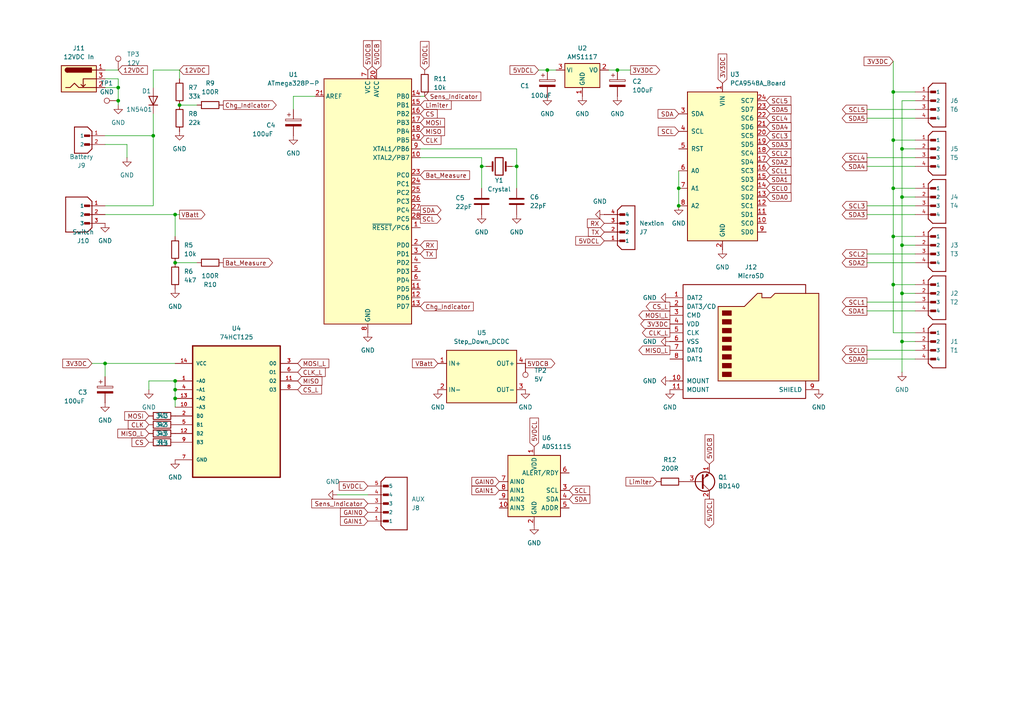
<source format=kicad_sch>
(kicad_sch (version 20231120) (generator "eeschema") (generator_version "8.0")
  (paper "A4")
  (lib_symbols
    (symbol "Connector:Barrel_Jack_Switch" (pin_names hide)
      (property "Reference" "J" (at 0 5.334 0))
      (property "Value" "Barrel_Jack_Switch" (at 0 -5.08 0))
      (symbol "Barrel_Jack_Switch_1_1"
        (pin passive line (at 7.62 2.54 180) (length 2.54) (name "~") (number "1"))
        (pin passive line (at 7.62 -2.54 180) (length 2.54) (name "~") (number "2"))
        (pin passive line (at 7.62 0 180) (length 2.54) (name "~") (number "3"))
      )
    )
    (symbol "Connector:TestPoint" (pin_numbers hide) (pin_names (offset 0.762) hide)
      (property "Reference" "TP" (at 0 6.858 0))
      (property "Value" "TestPoint" (at 0 5.08 0))
      (symbol "TestPoint_1_1"
        (pin passive line (at 0 0 90) (length 2.54) (name "1") (number "1"))
      )
    )
    (symbol "Device:C" (pin_numbers hide) (pin_names (offset 0.254))
      (property "Reference" "C" (at 0.635 2.54 0))
      (property "Value" "C" (at 0.635 -2.54 0))
      (symbol "C_1_1"
        (pin passive line (at 0 3.81 270) (length 2.794) (name "~") (number "1"))
        (pin passive line (at 0 -3.81 90) (length 2.794) (name "~") (number "2"))
      )
    )
    (symbol "Device:C_Polarized" (pin_numbers hide) (pin_names (offset 0.254))
      (property "Reference" "C" (at 0.635 2.54 0))
      (property "Value" "C_Polarized" (at 0.635 -2.54 0))
      (symbol "C_Polarized_1_1"
        (pin passive line (at 0 3.81 270) (length 2.794) (name "~") (number "1"))
        (pin passive line (at 0 -3.81 90) (length 2.794) (name "~") (number "2"))
      )
    )
    (symbol "Device:Crystal" (pin_numbers hide) (pin_names (offset 1.016) hide)
      (property "Reference" "Y" (at 0 3.81 0))
      (property "Value" "Crystal" (at 0 -3.81 0))
      (symbol "Crystal_1_1"
        (pin passive line (at -3.81 0 0) (length 1.27) (name "1") (number "1"))
        (pin passive line (at 3.81 0 180) (length 1.27) (name "2") (number "2"))
      )
    )
    (symbol "Device:R" (pin_numbers hide) (pin_names (offset 0))
      (property "Reference" "R" (at 2.032 0 90))
      (property "Value" "R" (at 0 0 90))
      (symbol "R_1_1"
        (pin passive line (at 0 3.81 270) (length 1.27) (name "~") (number "1"))
        (pin passive line (at 0 -3.81 90) (length 1.27) (name "~") (number "2"))
      )
    )
    (symbol "Diode:1N5401" (pin_numbers hide) (pin_names hide)
      (property "Reference" "D" (at 0 2.54 0))
      (property "Value" "1N5401" (at 0 -2.54 0))
      (symbol "1N5401_1_1"
        (pin passive line (at -3.81 0 0) (length 2.54) (name "K") (number "1"))
        (pin passive line (at 3.81 0 180) (length 2.54) (name "A") (number "2"))
      )
    )
    (symbol "FaniaErsa:74VHC125M" (pin_names (offset 1.016))
      (property "Reference" "U" (at -5.1562 17.8309 0))
      (property "Value" "74VHC125M" (at -4.424 -27.1541 0))
      (symbol "74VHC125M_0_0"
        (pin input line (at -17.78 5.08 0) (length 5.08) (name "~A0") (number "1"))
        (pin input line (at -17.78 -2.54 0) (length 5.08) (name "~A3") (number "10"))
        (pin output line (at 17.78 5.08 180) (length 5.08) (name "O2") (number "11"))
        (pin input line (at -17.78 -10.16 0) (length 5.08) (name "B2") (number "12"))
        (pin input line (at -17.78 0 0) (length 5.08) (name "~A2") (number "13"))
        (pin power_in line (at -17.78 10.16 0) (length 5.08) (name "VCC") (number "14"))
        (pin input line (at -17.78 -5.08 0) (length 5.08) (name "B0") (number "2"))
        (pin output line (at 17.78 10.16 180) (length 5.08) (name "O0") (number "3"))
        (pin input line (at -17.78 2.54 0) (length 5.08) (name "~A1") (number "4"))
        (pin input line (at -17.78 -7.62 0) (length 5.08) (name "B1") (number "5"))
        (pin output line (at 17.78 7.62 180) (length 5.08) (name "O1") (number "6"))
        (pin passive line (at -17.78 -17.78 0) (length 5.08) (name "GND") (number "7"))
        (pin output line (at 17.78 2.54 180) (length 5.08) (name "O3") (number "8"))
        (pin input line (at -17.78 -12.7 0) (length 5.08) (name "B3") (number "9"))
      )
    )
    (symbol "FaniaErsa:ADS1115"
      (property "Reference" "U" (at -6.985 10.16 0))
      (property "Value" "ADS1115" (at 0 -0.635 0))
      (symbol "ADS1115_1_1"
        (pin power_in line (at 0 11.43 270) (length 2.54) (name "VDD") (number "1"))
        (pin input line (at -10.16 -6.35 0) (length 2.54) (name "AIN3") (number "10"))
        (pin power_in line (at 0 -11.43 90) (length 2.54) (name "GND") (number "2"))
        (pin input line (at 10.16 -1.27 180) (length 2.54) (name "SCL") (number "3"))
        (pin bidirectional line (at 10.16 -3.81 180) (length 2.54) (name "SDA") (number "4"))
        (pin input line (at 10.16 -6.35 180) (length 2.54) (name "ADDR") (number "5"))
        (pin output line (at 10.16 3.81 180) (length 2.54) (name "ALERT/RDY") (number "6"))
        (pin input line (at -10.16 1.27 0) (length 2.54) (name "AIN0") (number "7"))
        (pin input line (at -10.16 -1.27 0) (length 2.54) (name "AIN1") (number "8"))
        (pin input line (at -10.16 -3.81 0) (length 2.54) (name "AIN2") (number "9"))
      )
    )
    (symbol "FaniaErsa:B2B-XH-A" (pin_names (offset 1.016))
      (property "Reference" "J" (at -2.54 6.35 0))
      (property "Value" "JST-2PIN" (at -2.54 -5.08 0))
      (symbol "B2B-XH-A_0_0"
        (pin passive line (at -7.62 2.54 0) (length 5.08) (name "1") (number "1"))
        (pin passive line (at -7.62 0 0) (length 5.08) (name "2") (number "2"))
      )
    )
    (symbol "FaniaErsa:B3B-XH-A" (pin_names (offset 1.016))
      (property "Reference" "J" (at -2.54 6.35 0))
      (property "Value" "B3B-XH-A" (at -2.54 -7.62 0))
      (symbol "B3B-XH-A_0_0"
        (pin passive line (at -7.62 2.54 0) (length 5.08) (name "1") (number "1"))
        (pin passive line (at -7.62 0 0) (length 5.08) (name "2") (number "2"))
        (pin passive line (at -7.62 -2.54 0) (length 5.08) (name "3") (number "3"))
      )
    )
    (symbol "FaniaErsa:B4B-XH-A" (pin_names (offset 1.016))
      (property "Reference" "J" (at -2.54 6.35 0))
      (property "Value" "JST-4PIN" (at -2.54 -10.16 0))
      (symbol "B4B-XH-A_0_0"
        (pin passive line (at -7.62 2.54 0) (length 5.08) (name "1") (number "1"))
        (pin passive line (at -7.62 0 0) (length 5.08) (name "2") (number "2"))
        (pin passive line (at -7.62 -2.54 0) (length 5.08) (name "3") (number "3"))
        (pin passive line (at -7.62 -5.08 0) (length 5.08) (name "4") (number "4"))
      )
    )
    (symbol "FaniaErsa:B5B-XH-A" (pin_names (offset 1.016))
      (property "Reference" "J" (at -2.54 8.89 0))
      (property "Value" "B5B-XH-A" (at -2.54 -10.16 0))
      (symbol "B5B-XH-A_0_0"
        (pin passive line (at -7.62 5.08 0) (length 5.08) (name "1") (number "1"))
        (pin passive line (at -7.62 2.54 0) (length 5.08) (name "2") (number "2"))
        (pin passive line (at -7.62 0 0) (length 5.08) (name "3") (number "3"))
        (pin passive line (at -7.62 -2.54 0) (length 5.08) (name "4") (number "4"))
        (pin passive line (at -7.62 -5.08 0) (length 5.08) (name "5") (number "5"))
      )
    )
    (symbol "FaniaErsa:BD140" (pin_names (offset 0) hide)
      (property "Reference" "Q" (at 5.08 1.905 0))
      (property "Value" "BD140" (at 5.08 0 0))
      (symbol "BD140_1_1"
        (pin passive line (at 2.54 5.08 270) (length 2.54) (name "E") (number "1"))
        (pin passive line (at 2.54 -5.08 90) (length 2.54) (name "C") (number "2"))
        (pin input line (at -5.08 0 0) (length 5.08) (name "B") (number "3"))
      )
    )
    (symbol "FaniaErsa:DM3AT-SF-PEJM5" (pin_names (offset 1.016))
      (property "Reference" "J" (at -10.16 20.828 0))
      (property "Value" "DM3AT-SF-PEJM5" (at -2.54 -17.78 0))
      (symbol "DM3AT-SF-PEJM5_1_1"
        (pin bidirectional line (at -16.51 13.97 0) (length 3.81) (name "DAT2") (number "1"))
        (pin passive line (at -16.51 -10.16 0) (length 3.81) (name "MOUNT") (number "10"))
        (pin passive line (at -16.51 -12.7 0) (length 3.81) (name "MOUNT") (number "11"))
        (pin bidirectional line (at -16.51 11.43 0) (length 3.81) (name "DAT3/CD") (number "2"))
        (pin input line (at -16.51 8.89 0) (length 3.81) (name "CMD") (number "3"))
        (pin power_in line (at -16.51 6.35 0) (length 3.81) (name "VDD") (number "4"))
        (pin input line (at -16.51 3.81 0) (length 3.81) (name "CLK") (number "5"))
        (pin power_in line (at -16.51 1.27 0) (length 3.81) (name "VSS") (number "6"))
        (pin bidirectional line (at -16.51 -1.27 0) (length 3.81) (name "DAT0") (number "7"))
        (pin bidirectional line (at -16.51 -3.81 0) (length 3.81) (name "DAT1") (number "8"))
        (pin passive line (at 26.67 -12.7 180) (length 3.81) (name "SHIELD") (number "9"))
      )
    )
    (symbol "FaniaErsa:PCA9548A" (pin_names (offset 1.016))
      (property "Reference" "U" (at -9.398 22.098 0))
      (property "Value" "PCA9548A_Board" (at -19.05 24.13 0))
      (symbol "PCA9548A_1_0"
        (pin power_in line (at 0 24.13 270) (length 2.54) (name "VIN") (number "1"))
        (pin bidirectional line (at 12.7 -16.51 180) (length 2.54) (name "SC0") (number "10"))
        (pin bidirectional line (at 12.7 -13.97 180) (length 2.54) (name "SD1") (number "11"))
        (pin bidirectional line (at 12.7 -11.43 180) (length 2.54) (name "SC1") (number "12"))
        (pin bidirectional line (at 12.7 -8.89 180) (length 2.54) (name "SD2") (number "13"))
        (pin bidirectional line (at 12.7 -6.35 180) (length 2.54) (name "SC2") (number "14"))
        (pin bidirectional line (at 12.7 -3.81 180) (length 2.54) (name "SD3") (number "15"))
        (pin bidirectional line (at 12.7 -1.27 180) (length 2.54) (name "SC3") (number "16"))
        (pin bidirectional line (at 12.7 1.27 180) (length 2.54) (name "SD4") (number "17"))
        (pin bidirectional line (at 12.7 3.81 180) (length 2.54) (name "SC4") (number "18"))
        (pin bidirectional line (at 12.7 6.35 180) (length 2.54) (name "SD5") (number "19"))
        (pin power_in line (at 0 -24.13 90) (length 2.54) (name "GND") (number "2"))
        (pin bidirectional line (at 12.7 8.89 180) (length 2.54) (name "SC5") (number "20"))
        (pin bidirectional line (at 12.7 11.43 180) (length 2.54) (name "SD6") (number "21"))
        (pin bidirectional line (at 12.7 13.97 180) (length 2.54) (name "SC6") (number "22"))
        (pin bidirectional line (at 12.7 16.51 180) (length 2.54) (name "SD7") (number "23"))
        (pin bidirectional line (at 12.7 19.05 180) (length 2.54) (name "SC7") (number "24"))
        (pin bidirectional line (at -12.7 15.24 0) (length 2.54) (name "SDA") (number "3"))
        (pin bidirectional line (at -12.7 10.16 0) (length 2.54) (name "SCL") (number "4"))
        (pin bidirectional line (at -12.7 5.08 0) (length 2.54) (name "RST") (number "5"))
        (pin input line (at -12.7 -1.27 0) (length 2.54) (name "A0") (number "6"))
        (pin input line (at -12.7 -6.35 0) (length 2.54) (name "A1") (number "7"))
        (pin input line (at -12.7 -11.43 0) (length 2.54) (name "A2") (number "8"))
        (pin bidirectional line (at 12.7 -19.05 180) (length 2.54) (name "SD0") (number "9"))
      )
    )
    (symbol "FaniaErsa:Step_Down_DCDC"
      (property "Reference" "U" (at -4.826 8.636 0))
      (property "Value" "StepDownDCDC" (at -4.826 8.636 0))
      (symbol "Step_Down_DCDC_1_1"
        (pin power_in line (at -12.7 3.81 0) (length 2.54) (name "IN+") (number "1"))
        (pin power_in line (at -12.7 -3.81 0) (length 2.54) (name "IN-") (number "2"))
        (pin power_out line (at 12.7 -3.81 180) (length 2.54) (name "OUT-") (number "3"))
        (pin power_out line (at 12.7 3.81 180) (length 2.54) (name "OUT+") (number "4"))
      )
    )
    (symbol "MCU_Microchip_ATmega:ATmega328P-P"
      (property "Reference" "U" (at -12.7 36.83 0))
      (property "Value" "ATmega328P-P" (at 2.54 -36.83 0))
      (symbol "ATmega328P-P_1_1"
        (pin bidirectional line (at 15.24 -7.62 180) (length 2.54) (name "~{RESET}/PC6") (number "1"))
        (pin bidirectional line (at 15.24 12.7 180) (length 2.54) (name "XTAL2/PB7") (number "10"))
        (pin bidirectional line (at 15.24 -25.4 180) (length 2.54) (name "PD5") (number "11"))
        (pin bidirectional line (at 15.24 -27.94 180) (length 2.54) (name "PD6") (number "12"))
        (pin bidirectional line (at 15.24 -30.48 180) (length 2.54) (name "PD7") (number "13"))
        (pin bidirectional line (at 15.24 30.48 180) (length 2.54) (name "PB0") (number "14"))
        (pin bidirectional line (at 15.24 27.94 180) (length 2.54) (name "PB1") (number "15"))
        (pin bidirectional line (at 15.24 25.4 180) (length 2.54) (name "PB2") (number "16"))
        (pin bidirectional line (at 15.24 22.86 180) (length 2.54) (name "PB3") (number "17"))
        (pin bidirectional line (at 15.24 20.32 180) (length 2.54) (name "PB4") (number "18"))
        (pin bidirectional line (at 15.24 17.78 180) (length 2.54) (name "PB5") (number "19"))
        (pin bidirectional line (at 15.24 -12.7 180) (length 2.54) (name "PD0") (number "2"))
        (pin power_in line (at 2.54 38.1 270) (length 2.54) (name "AVCC") (number "20"))
        (pin passive line (at -15.24 30.48 0) (length 2.54) (name "AREF") (number "21"))
        (pin passive line (at 0 -38.1 90) (length 2.54) hide (name "GND") (number "22"))
        (pin bidirectional line (at 15.24 7.62 180) (length 2.54) (name "PC0") (number "23"))
        (pin bidirectional line (at 15.24 5.08 180) (length 2.54) (name "PC1") (number "24"))
        (pin bidirectional line (at 15.24 2.54 180) (length 2.54) (name "PC2") (number "25"))
        (pin bidirectional line (at 15.24 0 180) (length 2.54) (name "PC3") (number "26"))
        (pin bidirectional line (at 15.24 -2.54 180) (length 2.54) (name "PC4") (number "27"))
        (pin bidirectional line (at 15.24 -5.08 180) (length 2.54) (name "PC5") (number "28"))
        (pin bidirectional line (at 15.24 -15.24 180) (length 2.54) (name "PD1") (number "3"))
        (pin bidirectional line (at 15.24 -17.78 180) (length 2.54) (name "PD2") (number "4"))
        (pin bidirectional line (at 15.24 -20.32 180) (length 2.54) (name "PD3") (number "5"))
        (pin bidirectional line (at 15.24 -22.86 180) (length 2.54) (name "PD4") (number "6"))
        (pin power_in line (at 0 38.1 270) (length 2.54) (name "VCC") (number "7"))
        (pin power_in line (at 0 -38.1 90) (length 2.54) (name "GND") (number "8"))
        (pin bidirectional line (at 15.24 15.24 180) (length 2.54) (name "XTAL1/PB6") (number "9"))
      )
    )
    (symbol "Regulator_Linear:AMS1117-3.3"
      (property "Reference" "U" (at -3.81 3.175 0))
      (property "Value" "AMS1117-3.3" (at 0 3.175 0))
      (symbol "AMS1117-3.3_1_1"
        (pin power_in line (at 0 -7.62 90) (length 2.54) (name "GND") (number "1"))
        (pin power_out line (at 7.62 0 180) (length 2.54) (name "VO") (number "2"))
        (pin power_in line (at -7.62 0 0) (length 2.54) (name "VI") (number "3"))
      )
    )
    (symbol "power:GND" (power) (pin_numbers hide) (pin_names (offset 0) hide)
      (property "Value" "GND" (at 0 -3.81 0))
      (symbol "GND_1_1"
        (pin power_in line (at 0 0 270) (length 0) (name "~") (number "1"))
      )
    )
  )
  (junction (at 259.08 82.55))
  (junction (at 259.08 54.61))
  (junction (at 34.29 29.21))
  (junction (at 50.8 110.49))
  (junction (at 261.62 71.12))
  (junction (at 259.08 68.58))
  (junction (at 139.7 48.26))
  (junction (at 50.8 115.57))
  (junction (at 52.07 30.48))
  (junction (at 179.07 20.32))
  (junction (at 261.62 57.15))
  (junction (at 50.8 76.2))
  (junction (at 44.45 39.37))
  (junction (at 259.08 26.67))
  (junction (at 261.62 85.09))
  (junction (at 261.62 43.18))
  (junction (at 261.62 99.06))
  (junction (at 50.8 62.23))
  (junction (at 30.48 105.41))
  (junction (at 196.85 54.61))
  (junction (at 158.75 20.32))
  (junction (at 196.85 59.69))
  (junction (at 34.29 25.4))
  (junction (at 259.08 40.64))
  (junction (at 149.86 48.26))
  (junction (at 50.8 113.03))
  (wire (pts (xy 251.46 62.23) (xy 265.43 62.23)))
  (wire (pts (xy 34.29 25.4) (xy 34.29 29.21)))
  (wire (pts (xy 43.18 110.49) (xy 43.18 113.03)))
  (wire (pts (xy 34.29 22.86) (xy 34.29 25.4)))
  (wire (pts (xy 26.67 105.41) (xy 30.48 105.41)))
  (wire (pts (xy 259.08 26.67) (xy 265.43 26.67)))
  (wire (pts (xy 50.8 110.49) (xy 50.8 113.03)))
  (wire (pts (xy 261.62 57.15) (xy 265.43 57.15)))
  (wire (pts (xy 265.43 68.58) (xy 259.08 68.58)))
  (wire (pts (xy 85.09 27.94) (xy 91.44 27.94)))
  (wire (pts (xy 52.07 20.32) (xy 52.07 22.86)))
  (wire (pts (xy 139.7 48.26) (xy 140.97 48.26)))
  (wire (pts (xy 85.09 31.75) (xy 85.09 27.94)))
  (wire (pts (xy 44.45 25.4) (xy 44.45 20.32)))
  (wire (pts (xy 259.08 82.55) (xy 259.08 68.58)))
  (wire (pts (xy 251.46 101.6) (xy 265.43 101.6)))
  (wire (pts (xy 251.46 87.63) (xy 265.43 87.63)))
  (wire (pts (xy 251.46 90.17) (xy 265.43 90.17)))
  (wire (pts (xy 251.46 31.75) (xy 265.43 31.75)))
  (wire (pts (xy 261.62 43.18) (xy 265.43 43.18)))
  (wire (pts (xy 156.21 20.32) (xy 158.75 20.32)))
  (wire (pts (xy 251.46 73.66) (xy 265.43 73.66)))
  (wire (pts (xy 121.92 43.18) (xy 149.86 43.18)))
  (wire (pts (xy 176.53 20.32) (xy 179.07 20.32)))
  (wire (pts (xy 265.43 82.55) (xy 259.08 82.55)))
  (wire (pts (xy 149.86 43.18) (xy 149.86 48.26)))
  (wire (pts (xy 196.85 49.53) (xy 196.85 54.61)))
  (wire (pts (xy 34.29 29.21) (xy 34.29 30.48)))
  (wire (pts (xy 261.62 71.12) (xy 265.43 71.12)))
  (wire (pts (xy 261.62 85.09) (xy 265.43 85.09)))
  (wire (pts (xy 30.48 20.32) (xy 34.29 20.32)))
  (wire (pts (xy 179.07 20.32) (xy 182.88 20.32)))
  (wire (pts (xy 261.62 99.06) (xy 265.43 99.06)))
  (wire (pts (xy 43.18 110.49) (xy 50.8 110.49)))
  (wire (pts (xy 50.8 76.2) (xy 57.15 76.2)))
  (wire (pts (xy 30.48 59.69) (xy 44.45 59.69)))
  (wire (pts (xy 251.46 34.29) (xy 265.43 34.29)))
  (wire (pts (xy 139.7 54.61) (xy 139.7 48.26)))
  (wire (pts (xy 261.62 57.15) (xy 261.62 71.12)))
  (wire (pts (xy 259.08 40.64) (xy 259.08 54.61)))
  (wire (pts (xy 50.8 115.57) (xy 50.8 118.11)))
  (wire (pts (xy 261.62 99.06) (xy 261.62 107.95)))
  (wire (pts (xy 251.46 104.14) (xy 265.43 104.14)))
  (wire (pts (xy 97.79 143.51) (xy 106.68 143.51)))
  (wire (pts (xy 251.46 48.26) (xy 265.43 48.26)))
  (wire (pts (xy 30.48 22.86) (xy 34.29 22.86)))
  (wire (pts (xy 50.8 62.23) (xy 50.8 68.58)))
  (wire (pts (xy 259.08 40.64) (xy 259.08 26.67)))
  (wire (pts (xy 30.48 62.23) (xy 50.8 62.23)))
  (wire (pts (xy 259.08 17.78) (xy 259.08 26.67)))
  (wire (pts (xy 123.19 27.94) (xy 121.92 27.94)))
  (wire (pts (xy 44.45 59.69) (xy 44.45 39.37)))
  (wire (pts (xy 36.83 41.91) (xy 30.48 41.91)))
  (wire (pts (xy 259.08 96.52) (xy 259.08 82.55)))
  (wire (pts (xy 44.45 20.32) (xy 52.07 20.32)))
  (wire (pts (xy 30.48 25.4) (xy 34.29 25.4)))
  (wire (pts (xy 261.62 43.18) (xy 261.62 57.15)))
  (wire (pts (xy 139.7 45.72) (xy 139.7 48.26)))
  (wire (pts (xy 30.48 105.41) (xy 50.8 105.41)))
  (wire (pts (xy 251.46 76.2) (xy 265.43 76.2)))
  (wire (pts (xy 261.62 71.12) (xy 261.62 85.09)))
  (wire (pts (xy 52.07 30.48) (xy 57.15 30.48)))
  (wire (pts (xy 259.08 54.61) (xy 259.08 68.58)))
  (wire (pts (xy 149.86 54.61) (xy 149.86 48.26)))
  (wire (pts (xy 265.43 29.21) (xy 261.62 29.21)))
  (wire (pts (xy 261.62 29.21) (xy 261.62 43.18)))
  (wire (pts (xy 50.8 62.23) (xy 52.07 62.23)))
  (wire (pts (xy 196.85 54.61) (xy 196.85 59.69)))
  (wire (pts (xy 261.62 85.09) (xy 261.62 99.06)))
  (wire (pts (xy 158.75 20.32) (xy 161.29 20.32)))
  (wire (pts (xy 251.46 59.69) (xy 265.43 59.69)))
  (wire (pts (xy 149.86 48.26) (xy 148.59 48.26)))
  (wire (pts (xy 139.7 45.72) (xy 121.92 45.72)))
  (wire (pts (xy 44.45 39.37) (xy 30.48 39.37)))
  (wire (pts (xy 265.43 54.61) (xy 259.08 54.61)))
  (wire (pts (xy 36.83 41.91) (xy 36.83 45.72)))
  (wire (pts (xy 265.43 96.52) (xy 259.08 96.52)))
  (wire (pts (xy 50.8 113.03) (xy 50.8 115.57)))
  (wire (pts (xy 251.46 45.72) (xy 265.43 45.72)))
  (wire (pts (xy 30.48 109.22) (xy 30.48 105.41)))
  (wire (pts (xy 265.43 40.64) (xy 259.08 40.64)))
  (wire (pts (xy 44.45 33.02) (xy 44.45 39.37)))
  (global_label "Sens_Indicator" (shape input) (at 123.19 27.94 0) (property "Intersheetrefs" "${INTERSHEET_REFS}" (effects (hide yes))))
  (global_label "MISO_L" (shape output) (at 194.31 101.6 180) (property "Intersheetrefs" "${INTERSHEET_REFS}" (effects (hide yes))))
  (global_label "Limiter" (shape input) (at 190.5 139.7 180) (property "Intersheetrefs" "${INTERSHEET_REFS}" (effects (hide yes))))
  (global_label "SCL1" (shape output) (at 251.46 87.63 180) (property "Intersheetrefs" "${INTERSHEET_REFS}" (effects (hide yes))))
  (global_label "GAIN0" (shape input) (at 106.68 148.59 180) (property "Intersheetrefs" "${INTERSHEET_REFS}" (effects (hide yes))))
  (global_label "5VDCL" (shape input) (at 123.19 20.32 90) (property "Intersheetrefs" "${INTERSHEET_REFS}" (effects (hide yes))))
  (global_label "SCL4" (shape input) (at 222.25 34.29 0) (property "Intersheetrefs" "${INTERSHEET_REFS}" (effects (hide yes))))
  (global_label "3V3DC" (shape output) (at 182.88 20.32 0) (property "Intersheetrefs" "${INTERSHEET_REFS}" (effects (hide yes))))
  (global_label "5VDCB" (shape input) (at 106.68 20.32 90) (property "Intersheetrefs" "${INTERSHEET_REFS}" (effects (hide yes))))
  (global_label "5VDCL" (shape input) (at 175.26 69.85 180) (property "Intersheetrefs" "${INTERSHEET_REFS}" (effects (hide yes))))
  (global_label "RX" (shape input) (at 121.92 71.12 0) (property "Intersheetrefs" "${INTERSHEET_REFS}" (effects (hide yes))))
  (global_label "SCL3" (shape input) (at 222.25 39.37 0) (property "Intersheetrefs" "${INTERSHEET_REFS}" (effects (hide yes))))
  (global_label "RX" (shape input) (at 175.26 64.77 180) (property "Intersheetrefs" "${INTERSHEET_REFS}" (effects (hide yes))))
  (global_label "GAIN1" (shape input) (at 106.68 151.13 180) (property "Intersheetrefs" "${INTERSHEET_REFS}" (effects (hide yes))))
  (global_label "SDA3" (shape output) (at 251.46 62.23 180) (property "Intersheetrefs" "${INTERSHEET_REFS}" (effects (hide yes))))
  (global_label "CS" (shape input) (at 121.92 33.02 0) (property "Intersheetrefs" "${INTERSHEET_REFS}" (effects (hide yes))))
  (global_label "SDA" (shape input) (at 196.85 33.02 180) (property "Intersheetrefs" "${INTERSHEET_REFS}" (effects (hide yes))))
  (global_label "3V3DC" (shape input) (at 26.67 105.41 180) (property "Intersheetrefs" "${INTERSHEET_REFS}" (effects (hide yes))))
  (global_label "SDA" (shape input) (at 165.1 144.78 0) (property "Intersheetrefs" "${INTERSHEET_REFS}" (effects (hide yes))))
  (global_label "MOSI_L" (shape input) (at 86.36 105.41 0) (property "Intersheetrefs" "${INTERSHEET_REFS}" (effects (hide yes))))
  (global_label "5VDCB" (shape output) (at 152.4 105.41 0) (property "Intersheetrefs" "${INTERSHEET_REFS}" (effects (hide yes))))
  (global_label "SCL" (shape input) (at 165.1 142.24 0) (property "Intersheetrefs" "${INTERSHEET_REFS}" (effects (hide yes))))
  (global_label "Chg_Indicator" (shape output) (at 64.77 30.48 0) (property "Intersheetrefs" "${INTERSHEET_REFS}" (effects (hide yes))))
  (global_label "CLK_L" (shape output) (at 194.31 96.52 180) (property "Intersheetrefs" "${INTERSHEET_REFS}" (effects (hide yes))))
  (global_label "GAIN0" (shape input) (at 144.78 139.7 180) (property "Intersheetrefs" "${INTERSHEET_REFS}" (effects (hide yes))))
  (global_label "TX" (shape input) (at 175.26 67.31 180) (property "Intersheetrefs" "${INTERSHEET_REFS}" (effects (hide yes))))
  (global_label "GAIN1" (shape input) (at 144.78 142.24 180) (property "Intersheetrefs" "${INTERSHEET_REFS}" (effects (hide yes))))
  (global_label "SCL4" (shape output) (at 251.46 45.72 180) (property "Intersheetrefs" "${INTERSHEET_REFS}" (effects (hide yes))))
  (global_label "SDA5" (shape input) (at 222.25 31.75 0) (property "Intersheetrefs" "${INTERSHEET_REFS}" (effects (hide yes))))
  (global_label "Limiter" (shape input) (at 121.92 30.48 0) (property "Intersheetrefs" "${INTERSHEET_REFS}" (effects (hide yes))))
  (global_label "MOSI_L" (shape output) (at 194.31 91.44 180) (property "Intersheetrefs" "${INTERSHEET_REFS}" (effects (hide yes))))
  (global_label "SDA3" (shape input) (at 222.25 41.91 0) (property "Intersheetrefs" "${INTERSHEET_REFS}" (effects (hide yes))))
  (global_label "SCL0" (shape input) (at 222.25 54.61 0) (property "Intersheetrefs" "${INTERSHEET_REFS}" (effects (hide yes))))
  (global_label "TX" (shape input) (at 121.92 73.66 0) (property "Intersheetrefs" "${INTERSHEET_REFS}" (effects (hide yes))))
  (global_label "CLK" (shape input) (at 121.92 40.64 0) (property "Intersheetrefs" "${INTERSHEET_REFS}" (effects (hide yes))))
  (global_label "VBatt" (shape output) (at 52.07 62.23 0) (property "Intersheetrefs" "${INTERSHEET_REFS}" (effects (hide yes))))
  (global_label "SCL2" (shape output) (at 251.46 73.66 180) (property "Intersheetrefs" "${INTERSHEET_REFS}" (effects (hide yes))))
  (global_label "SDA0" (shape output) (at 251.46 104.14 180) (property "Intersheetrefs" "${INTERSHEET_REFS}" (effects (hide yes))))
  (global_label "SDA4" (shape input) (at 222.25 36.83 0) (property "Intersheetrefs" "${INTERSHEET_REFS}" (effects (hide yes))))
  (global_label "SCL2" (shape input) (at 222.25 44.45 0) (property "Intersheetrefs" "${INTERSHEET_REFS}" (effects (hide yes))))
  (global_label "5VDCL" (shape input) (at 106.68 140.97 180) (property "Intersheetrefs" "${INTERSHEET_REFS}" (effects (hide yes))))
  (global_label "Chg_Indicator" (shape input) (at 121.92 88.9 0) (property "Intersheetrefs" "${INTERSHEET_REFS}" (effects (hide yes))))
  (global_label "CLK" (shape input) (at 43.18 123.19 180) (property "Intersheetrefs" "${INTERSHEET_REFS}" (effects (hide yes))))
  (global_label "Sens_Indicator" (shape input) (at 106.68 146.05 180) (property "Intersheetrefs" "${INTERSHEET_REFS}" (effects (hide yes))))
  (global_label "CS_L" (shape output) (at 194.31 88.9 180) (property "Intersheetrefs" "${INTERSHEET_REFS}" (effects (hide yes))))
  (global_label "MISO" (shape input) (at 86.36 110.49 0) (property "Intersheetrefs" "${INTERSHEET_REFS}" (effects (hide yes))))
  (global_label "SDA5" (shape output) (at 251.46 34.29 180) (property "Intersheetrefs" "${INTERSHEET_REFS}" (effects (hide yes))))
  (global_label "MOSI" (shape input) (at 121.92 35.56 0) (property "Intersheetrefs" "${INTERSHEET_REFS}" (effects (hide yes))))
  (global_label "SCL5" (shape output) (at 251.46 31.75 180) (property "Intersheetrefs" "${INTERSHEET_REFS}" (effects (hide yes))))
  (global_label "SDA2" (shape output) (at 251.46 76.2 180) (property "Intersheetrefs" "${INTERSHEET_REFS}" (effects (hide yes))))
  (global_label "SDA1" (shape output) (at 251.46 90.17 180) (property "Intersheetrefs" "${INTERSHEET_REFS}" (effects (hide yes))))
  (global_label "Bat_Measure" (shape input) (at 121.92 50.8 0) (property "Intersheetrefs" "${INTERSHEET_REFS}" (effects (hide yes))))
  (global_label "SCL0" (shape output) (at 251.46 101.6 180) (property "Intersheetrefs" "${INTERSHEET_REFS}" (effects (hide yes))))
  (global_label "CS_L" (shape input) (at 86.36 113.03 0) (property "Intersheetrefs" "${INTERSHEET_REFS}" (effects (hide yes))))
  (global_label "SCL1" (shape input) (at 222.25 49.53 0) (property "Intersheetrefs" "${INTERSHEET_REFS}" (effects (hide yes))))
  (global_label "12VDC" (shape input) (at 34.29 20.32 0) (property "Intersheetrefs" "${INTERSHEET_REFS}" (effects (hide yes))))
  (global_label "5VDCL" (shape input) (at 156.21 20.32 180) (property "Intersheetrefs" "${INTERSHEET_REFS}" (effects (hide yes))))
  (global_label "MISO_L" (shape input) (at 43.18 125.73 180) (property "Intersheetrefs" "${INTERSHEET_REFS}" (effects (hide yes))))
  (global_label "SCL" (shape output) (at 121.92 63.5 0) (property "Intersheetrefs" "${INTERSHEET_REFS}" (effects (hide yes))))
  (global_label "3V3DC" (shape input) (at 259.08 17.78 180) (property "Intersheetrefs" "${INTERSHEET_REFS}" (effects (hide yes))))
  (global_label "5VDCL" (shape output) (at 205.74 144.78 270) (property "Intersheetrefs" "${INTERSHEET_REFS}" (effects (hide yes))))
  (global_label "VBatt" (shape input) (at 127 105.41 180) (property "Intersheetrefs" "${INTERSHEET_REFS}" (effects (hide yes))))
  (global_label "SDA1" (shape input) (at 222.25 52.07 0) (property "Intersheetrefs" "${INTERSHEET_REFS}" (effects (hide yes))))
  (global_label "5VDCB" (shape input) (at 109.22 20.32 90) (property "Intersheetrefs" "${INTERSHEET_REFS}" (effects (hide yes))))
  (global_label "CLK_L" (shape input) (at 86.36 107.95 0) (property "Intersheetrefs" "${INTERSHEET_REFS}" (effects (hide yes))))
  (global_label "SDA" (shape output) (at 121.92 60.96 0) (property "Intersheetrefs" "${INTERSHEET_REFS}" (effects (hide yes))))
  (global_label "SDA4" (shape output) (at 251.46 48.26 180) (property "Intersheetrefs" "${INTERSHEET_REFS}" (effects (hide yes))))
  (global_label "12VDC" (shape input) (at 52.07 20.32 0) (property "Intersheetrefs" "${INTERSHEET_REFS}" (effects (hide yes))))
  (global_label "SCL5" (shape input) (at 222.25 29.21 0) (property "Intersheetrefs" "${INTERSHEET_REFS}" (effects (hide yes))))
  (global_label "Bat_Measure" (shape output) (at 64.77 76.2 0) (property "Intersheetrefs" "${INTERSHEET_REFS}" (effects (hide yes))))
  (global_label "SDA0" (shape input) (at 222.25 57.15 0) (property "Intersheetrefs" "${INTERSHEET_REFS}" (effects (hide yes))))
  (global_label "5VDCL" (shape input) (at 154.94 129.54 90) (property "Intersheetrefs" "${INTERSHEET_REFS}" (effects (hide yes))))
  (global_label "CS" (shape input) (at 43.18 128.27 180) (property "Intersheetrefs" "${INTERSHEET_REFS}" (effects (hide yes))))
  (global_label "SDA2" (shape input) (at 222.25 46.99 0) (property "Intersheetrefs" "${INTERSHEET_REFS}" (effects (hide yes))))
  (global_label "3V3DC" (shape input) (at 209.55 24.13 90) (property "Intersheetrefs" "${INTERSHEET_REFS}" (effects (hide yes))))
  (global_label "SCL3" (shape output) (at 251.46 59.69 180) (property "Intersheetrefs" "${INTERSHEET_REFS}" (effects (hide yes))))
  (global_label "3V3DC" (shape output) (at 194.31 93.98 180) (property "Intersheetrefs" "${INTERSHEET_REFS}" (effects (hide yes))))
  (global_label "SCL" (shape input) (at 196.85 38.1 180) (property "Intersheetrefs" "${INTERSHEET_REFS}" (effects (hide yes))))
  (global_label "5VDCB" (shape input) (at 205.74 134.62 90) (property "Intersheetrefs" "${INTERSHEET_REFS}" (effects (hide yes))))
  (global_label "MISO" (shape input) (at 121.92 38.1 0) (property "Intersheetrefs" "${INTERSHEET_REFS}" (effects (hide yes))))
  (global_label "MOSI" (shape input) (at 43.18 120.65 180) (property "Intersheetrefs" "${INTERSHEET_REFS}" (effects (hide yes))))
  (symbol (lib_id "FaniaErsa:B4B-XH-A") (at 273.05 57.15 0) (unit 1)
    (property "Reference" "J4" (at 275.59 57.1499 0) (effects (justify left)))
    (property "Value" "T4" (at 275.59 59.6899 0) (effects (justify left)))
    (property "Footprint" "CustomConnectorTHT:JST_B4B-XH-A_Vertical" (effects (hide yes)))
  )
  (symbol (lib_id "Device:C_Polarized") (at 158.75 24.13 0) (unit 1)
    (property "Reference" "C1" (at 150.876 24.892 0) (effects (justify left)))
    (property "Value" "100uF" (at 153.924 27.686 0) (effects (justify left)))
    (property "Footprint" "CustomCapacitorTHT:C_Radial_D5.0mm_H11.0mm_P2.00mm" (effects (hide yes)))
    (property "Description" "Polarized capacitor" (effects (hide yes)))
  )
  (symbol (lib_id "power:GND") (at 158.75 27.94 0) (unit 1)
    (property "Reference" "#PWR015" (effects (hide yes)))
    (property "Value" "GND" (at 158.75 33.02 0))
    (property "Description" "Power symbol creates a global label with name \"GND\" , ground" (effects (hide yes)))
  )
  (symbol (lib_id "FaniaErsa:74VHC125M") (at 68.58 115.57 0) (unit 1)
    (property "Reference" "U4" (at 68.58 95.25 0))
    (property "Value" "74HCT125" (at 68.58 97.79 0))
    (property "Footprint" "CustomMiscellaneous:74VHCT125" (effects (hide yes)))
    (property "MF" "ON Semiconductor" (effects (hide yes)))
    (property "Description_1" "\nBuffer, Non-Inverting 4 Element 1 Bit per Element 3-State Output 14-TSSOP\n" (effects (hide yes)))
    (property "PACKAGE" "SOIC-14" (effects (hide yes)))
    (property "MPN" "74VHC125M" (effects (hide yes)))
    (property "Price" "None" (effects (hide yes)))
    (property "Package" "SOIC-14 ON Semiconductor" (effects (hide yes)))
    (property "OC_FARNELL" "1014113" (effects (hide yes)))
    (property "SnapEDA_Link" "https://www.snapeda.com/parts/74VHC125M/Onsemi/view-part/?ref=snap" (effects (hide yes)))
    (property "MP" "74VHC125M" (effects (hide yes)))
    (property "SUPPLIER" "Fairchild" (effects (hide yes)))
    (property "OC_NEWARK" "83C5570" (effects (hide yes)))
    (property "Availability" "In Stock" (effects (hide yes)))
    (property "Check_prices" "https://www.snapeda.com/parts/74VHC125M/Onsemi/view-part/?ref=eda" (effects (hide yes)))
  )
  (symbol (lib_id "FaniaErsa:B4B-XH-A") (at 273.05 99.06 0) (unit 1)
    (property "Reference" "J1" (at 275.59 99.0599 0) (effects (justify left)))
    (property "Value" "T1" (at 275.59 101.5999 0) (effects (justify left)))
    (property "Footprint" "CustomConnectorTHT:JST_B4B-XH-A_Vertical" (effects (hide yes)))
  )
  (symbol (lib_id "Device:R") (at 123.19 24.13 180) (unit 1)
    (property "Reference" "R11" (at 125.73 22.8599 0) (effects (justify right)))
    (property "Value" "10k" (at 125.73 25.3999 0) (effects (justify right)))
    (property "Footprint" "CustomResistorTHT:R_Axial_DIN0207_L6.3mm_D2.5mm_P10.16mm_Horizontal" (effects (hide yes)))
    (property "Description" "Resistor" (effects (hide yes)))
  )
  (symbol (lib_id "power:GND") (at 194.31 110.49 270) (unit 1)
    (property "Reference" "#PWR028" (effects (hide yes)))
    (property "Value" "GND" (at 190.5 110.4899 90) (effects (justify right)))
    (property "Description" "Power symbol creates a global label with name \"GND\" , ground" (effects (hide yes)))
  )
  (symbol (lib_id "MCU_Microchip_ATmega:ATmega328P-P") (at 106.68 58.42 0) (unit 1)
    (property "Reference" "U1" (at 85.09 21.6214 0))
    (property "Value" "ATmega328P-P" (at 85.09 24.1614 0))
    (property "Footprint" "Package_DIP:DIP-28_W7.62mm" (effects (hide yes)))
    (property "Datasheet" "http://ww1.microchip.com/downloads/en/DeviceDoc/ATmega328_P%20AVR%20MCU%20with%20picoPower%20Technology%20Data%20Sheet%2040001984A.pdf" (effects (hide yes)))
    (property "Description" "20MHz, 32kB Flash, 2kB SRAM, 1kB EEPROM, DIP-28" (effects (hide yes)))
  )
  (symbol (lib_id "FaniaErsa:B4B-XH-A") (at 182.88 67.31 0) (mirror x) (unit 1)
    (property "Reference" "J7" (at 185.42 67.3101 0) (effects (justify left)))
    (property "Value" "Nextion" (at 185.42 64.7701 0) (effects (justify left)))
    (property "Footprint" "CustomConnectorTHT:JST_B4B-XH-A_Vertical" (effects (hide yes)))
  )
  (symbol (lib_id "Connector:Barrel_Jack_Switch") (at 22.86 22.86 0) (unit 1)
    (property "Reference" "J11" (at 22.86 13.97 0))
    (property "Value" "12VDC In" (at 22.86 16.51 0))
    (property "Footprint" "CustomConnectorTHT:JackDC" (effects (hide yes)))
    (property "Description" "DC Barrel Jack with an internal switch" (effects (hide yes)))
  )
  (symbol (lib_id "power:GND") (at 50.8 83.82 0) (unit 1)
    (property "Reference" "#PWR05" (effects (hide yes)))
    (property "Value" "GND" (at 50.8 88.9 0))
    (property "Description" "Power symbol creates a global label with name \"GND\" , ground" (effects (hide yes)))
  )
  (symbol (lib_id "power:GND") (at 175.26 62.23 270) (unit 1)
    (property "Reference" "#PWR021" (effects (hide yes)))
    (property "Value" "GND" (at 173.99 58.42 90))
    (property "Description" "Power symbol creates a global label with name \"GND\" , ground" (effects (hide yes)))
  )
  (symbol (lib_id "Device:R") (at 46.99 125.73 90) (unit 1)
    (property "Reference" "R3" (at 46.99 125.73 90))
    (property "Value" "3k3" (at 46.99 125.73 90))
    (property "Footprint" "CustomResistorTHT:R_Axial_DIN0207_L6.3mm_D2.5mm_P10.16mm_Horizontal" (effects (hide yes)))
    (property "Description" "Resistor" (effects (hide yes)))
  )
  (symbol (lib_id "power:GND") (at 261.62 107.95 0) (unit 1)
    (property "Reference" "#PWR027" (effects (hide yes)))
    (property "Value" "GND" (at 261.62 113.03 0))
    (property "Description" "Power symbol creates a global label with name \"GND\" , ground" (effects (hide yes)))
  )
  (symbol (lib_id "FaniaErsa:B4B-XH-A") (at 273.05 71.12 0) (unit 1)
    (property "Reference" "J3" (at 275.59 71.1199 0) (effects (justify left)))
    (property "Value" "T3" (at 275.59 73.6599 0) (effects (justify left)))
    (property "Footprint" "CustomConnectorTHT:JST_B4B-XH-A_Vertical" (effects (hide yes)))
  )
  (symbol (lib_id "power:GND") (at 149.86 62.23 0) (unit 1)
    (property "Reference" "#PWR016" (effects (hide yes)))
    (property "Value" "GND" (at 149.86 67.31 0))
    (property "Description" "Power symbol creates a global label with name \"GND\" , ground" (effects (hide yes)))
  )
  (symbol (lib_id "FaniaErsa:B4B-XH-A") (at 273.05 29.21 0) (unit 1)
    (property "Reference" "J6" (at 275.59 29.2099 0) (effects (justify left)))
    (property "Value" "T6" (at 275.59 31.7499 0) (effects (justify left)))
    (property "Footprint" "CustomConnectorTHT:JST_B4B-XH-A_Vertical" (effects (hide yes)))
  )
  (symbol (lib_id "Connector:TestPoint") (at 34.29 29.21 90) (unit 1)
    (property "Reference" "TP1" (at 30.988 24.13 90))
    (property "Value" "GND" (at 30.988 26.67 90))
    (property "Footprint" "TestPoint:TestPoint_Pad_D2.0mm" (effects (hide yes)))
    (property "Description" "test point" (effects (hide yes)))
  )
  (symbol (lib_id "Device:R") (at 60.96 76.2 90) (mirror x) (unit 1)
    (property "Reference" "R10" (at 60.96 82.55 90))
    (property "Value" "100R" (at 60.96 80.01 90))
    (property "Footprint" "CustomResistorTHT:R_Axial_DIN0207_L6.3mm_D2.5mm_P10.16mm_Horizontal" (effects (hide yes)))
    (property "Description" "Resistor" (effects (hide yes)))
  )
  (symbol (lib_id "FaniaErsa:BD140") (at 203.2 139.7 0) (unit 1)
    (property "Reference" "Q1" (at 208.28 138.4299 0) (effects (justify left)))
    (property "Value" "BD140" (at 208.28 140.9699 0) (effects (justify left)))
    (property "Footprint" "CustomTransistorPNP:THT_BD140" (effects (hide yes)))
    (property "Datasheet" "http://www.st.com/internet/com/TECHNICAL_RESOURCES/TECHNICAL_LITERATURE/DATASHEET/CD00001225.pdf" (effects (hide yes)))
    (property "Description" "1.5A Ic, 80V Vce, Low Voltage Transistor, TO-126" (effects (hide yes)))
  )
  (symbol (lib_id "Device:R") (at 50.8 72.39 180) (unit 1)
    (property "Reference" "R5" (at 53.34 71.1199 0) (effects (justify right)))
    (property "Value" "10k" (at 53.34 73.6599 0) (effects (justify right)))
    (property "Footprint" "CustomResistorTHT:R_Axial_DIN0207_L6.3mm_D2.5mm_P10.16mm_Horizontal" (effects (hide yes)))
    (property "Description" "Resistor" (effects (hide yes)))
  )
  (symbol (lib_id "Device:C_Polarized") (at 30.48 113.03 0) (unit 1)
    (property "Reference" "C3" (at 22.606 113.792 0) (effects (justify left)))
    (property "Value" "100uF" (at 18.542 116.332 0) (effects (justify left)))
    (property "Footprint" "CustomCapacitorTHT:C_Radial_D5.0mm_H11.0mm_P2.00mm" (effects (hide yes)))
    (property "Description" "Polarized capacitor" (effects (hide yes)))
  )
  (symbol (lib_id "FaniaErsa:B4B-XH-A") (at 273.05 43.18 0) (unit 1)
    (property "Reference" "J5" (at 275.59 43.1799 0) (effects (justify left)))
    (property "Value" "T5" (at 275.59 45.7199 0) (effects (justify left)))
    (property "Footprint" "CustomConnectorTHT:JST_B4B-XH-A_Vertical" (effects (hide yes)))
  )
  (symbol (lib_id "Regulator_Linear:AMS1117-3.3") (at 168.91 20.32 0) (unit 1)
    (property "Reference" "U2" (at 168.91 13.97 0))
    (property "Value" "AMS1117" (at 168.91 16.51 0))
    (property "Footprint" "Package_TO_SOT_SMD:SOT-223-3_TabPin2" (effects (hide yes)))
    (property "Datasheet" "http://www.advanced-monolithic.com/pdf/ds1117.pdf" (effects (hide yes)))
    (property "Description" "1A Low Dropout regulator, positive, 3.3V fixed output, SOT-223" (effects (hide yes)))
  )
  (symbol (lib_id "Connector:TestPoint") (at 34.29 20.32 0) (unit 1)
    (property "Reference" "TP3" (at 36.83 15.7479 0) (effects (justify left)))
    (property "Value" "12V" (at 36.83 18.2879 0) (effects (justify left)))
    (property "Footprint" "TestPoint:TestPoint_Pad_D2.0mm" (effects (hide yes)))
    (property "Description" "test point" (effects (hide yes)))
  )
  (symbol (lib_id "power:GND") (at 168.91 27.94 0) (unit 1)
    (property "Reference" "#PWR018" (effects (hide yes)))
    (property "Value" "GND" (at 168.91 33.02 0))
    (property "Description" "Power symbol creates a global label with name \"GND\" , ground" (effects (hide yes)))
  )
  (symbol (lib_id "Connector:TestPoint") (at 152.4 105.41 180) (unit 1)
    (property "Reference" "TP2" (at 154.94 107.4419 0) (effects (justify right)))
    (property "Value" "5V" (at 154.94 109.9819 0) (effects (justify right)))
    (property "Footprint" "TestPoint:TestPoint_Pad_D2.0mm" (effects (hide yes)))
    (property "Description" "test point" (effects (hide yes)))
  )
  (symbol (lib_id "Device:R") (at 52.07 26.67 0) (unit 1)
    (property "Reference" "R7" (at 54.61 25.3999 0) (effects (justify left)))
    (property "Value" "33k" (at 54.61 27.9399 0) (effects (justify left)))
    (property "Footprint" "CustomResistorTHT:R_Axial_DIN0207_L6.3mm_D2.5mm_P10.16mm_Horizontal" (effects (hide yes)))
    (property "Description" "Resistor" (effects (hide yes)))
  )
  (symbol (lib_id "FaniaErsa:PCA9548A") (at 209.55 48.26 0) (unit 1)
    (property "Reference" "U3" (at 211.7441 21.59 0) (effects (justify left)))
    (property "Value" "PCA9548A_Board" (at 211.7441 24.13 0) (effects (justify left)))
    (property "Footprint" "CustomMiscellaneous:PCA9548A" (effects (hide yes)))
  )
  (symbol (lib_id "FaniaErsa:Step_Down_DCDC") (at 139.7 109.22 0) (unit 1)
    (property "Reference" "U5" (at 139.7 96.52 0))
    (property "Value" "Step_Down_DCDC" (at 139.7 99.06 0))
    (property "Footprint" "CustomMiscellaneous:Step_Down_DCDC" (effects (hide yes)))
  )
  (symbol (lib_id "power:GND") (at 97.79 143.51 270) (unit 1)
    (property "Reference" "#PWR014" (effects (hide yes)))
    (property "Value" "GND" (at 96.52 139.7 90))
    (property "Description" "Power symbol creates a global label with name \"GND\" , ground" (effects (hide yes)))
  )
  (symbol (lib_id "FaniaErsa:B4B-XH-A") (at 273.05 85.09 0) (unit 1)
    (property "Reference" "J2" (at 275.59 85.0899 0) (effects (justify left)))
    (property "Value" "T2" (at 275.59 87.6299 0) (effects (justify left)))
    (property "Footprint" "CustomConnectorTHT:JST_B4B-XH-A_Vertical" (effects (hide yes)))
  )
  (symbol (lib_id "FaniaErsa:B3B-XH-A") (at 22.86 62.23 0) (mirror y) (unit 1)
    (property "Reference" "J10" (at 24.13 69.85 0))
    (property "Value" "Switch" (at 24.13 67.31 0))
    (property "Footprint" "CustomConnectorTHT:JST_B3B-XH-A_Vertical" (effects (hide yes)))
  )
  (symbol (lib_id "power:GND") (at 196.85 59.69 0) (unit 1)
    (property "Reference" "#PWR024" (effects (hide yes)))
    (property "Value" "GND" (at 196.85 64.77 0))
    (property "Description" "Power symbol creates a global label with name \"GND\" , ground" (effects (hide yes)))
  )
  (symbol (lib_id "FaniaErsa:B5B-XH-A") (at 114.3 146.05 0) (mirror x) (unit 1)
    (property "Reference" "J8" (at 119.38 147.3201 0) (effects (justify left)))
    (property "Value" "AUX" (at 119.38 144.7801 0) (effects (justify left)))
    (property "Footprint" "CustomConnectorTHT:JST_B5B-XH-A_Vertical" (effects (hide yes)))
    (property "MF" "JST Sales" (effects (hide yes)))
    (property "MAXIMUM_PACKAGE_HEIGHT" "7.00 mm" (effects (hide yes)))
    (property "Package" "None" (effects (hide yes)))
    (property "Price" "None" (effects (hide yes)))
    (property "Check_prices" "https://www.snapeda.com/parts/B5B-XH-A/JST+Sales+America+Inc./view-part/?ref=eda" (effects (hide yes)))
    (property "STANDARD" "Manufacturer Recommendations" (effects (hide yes)))
    (property "PARTREV" "7/4/21" (effects (hide yes)))
    (property "SnapEDA_Link" "https://www.snapeda.com/parts/B5B-XH-A/JST+Sales+America+Inc./view-part/?ref=snap" (effects (hide yes)))
    (property "MP" "B5B-XH-A" (effects (hide yes)))
    (property "Description_1" "\nConnector Header Through Hole 5 position 0.098 (2.50mm)\n" (effects (hide yes)))
    (property "Availability" "In Stock" (effects (hide yes)))
    (property "MANUFACTURER" "JST" (effects (hide yes)))
  )
  (symbol (lib_id "Device:R") (at 46.99 120.65 90) (unit 1)
    (property "Reference" "R1" (at 46.99 120.396 90))
    (property "Value" "3k3" (at 46.99 120.65 90))
    (property "Footprint" "CustomResistorTHT:R_Axial_DIN0207_L6.3mm_D2.5mm_P10.16mm_Horizontal" (effects (hide yes)))
    (property "Description" "Resistor" (effects (hide yes)))
  )
  (symbol (lib_id "Device:R") (at 46.99 128.27 90) (unit 1)
    (property "Reference" "R4" (at 47.244 128.27 90))
    (property "Value" "3k3" (at 46.99 128.524 90))
    (property "Footprint" "CustomResistorTHT:R_Axial_DIN0207_L6.3mm_D2.5mm_P10.16mm_Horizontal" (effects (hide yes)))
    (property "Description" "Resistor" (effects (hide yes)))
  )
  (symbol (lib_id "power:GND") (at 194.31 86.36 270) (unit 1)
    (property "Reference" "#PWR029" (effects (hide yes)))
    (property "Value" "GND" (at 190.5 86.3599 90) (effects (justify right)))
    (property "Description" "Power symbol creates a global label with name \"GND\" , ground" (effects (hide yes)))
  )
  (symbol (lib_id "FaniaErsa:B2B-XH-A") (at 22.86 41.91 0) (mirror y) (unit 1)
    (property "Reference" "J9" (at 23.622 48.006 0))
    (property "Value" "Battery" (at 23.622 45.466 0))
    (property "Footprint" "Connector_JST:JST_XH_S2B-XH-A_1x02_P2.50mm_Horizontal" (effects (hide yes)))
  )
  (symbol (lib_id "power:GND") (at 85.09 39.37 0) (unit 1)
    (property "Reference" "#PWR08" (effects (hide yes)))
    (property "Value" "GND" (at 85.09 44.45 0))
    (property "Description" "Power symbol creates a global label with name \"GND\" , ground" (effects (hide yes)))
  )
  (symbol (lib_id "Device:R") (at 194.31 139.7 270) (mirror x) (unit 1)
    (property "Reference" "R12" (at 194.31 133.35 90))
    (property "Value" "200R" (at 194.31 135.89 90))
    (property "Footprint" "CustomResistorTHT:R_Axial_DIN0207_L6.3mm_D2.5mm_P10.16mm_Horizontal" (effects (hide yes)))
    (property "Description" "Resistor" (effects (hide yes)))
  )
  (symbol (lib_id "power:GND") (at 139.7 62.23 0) (unit 1)
    (property "Reference" "#PWR013" (effects (hide yes)))
    (property "Value" "GND" (at 139.7 67.31 0))
    (property "Description" "Power symbol creates a global label with name \"GND\" , ground" (effects (hide yes)))
  )
  (symbol (lib_id "power:GND") (at 106.68 96.52 0) (unit 1)
    (property "Reference" "#PWR09" (effects (hide yes)))
    (property "Value" "GND" (at 106.68 101.6 0))
    (property "Description" "Power symbol creates a global label with name \"GND\" , ground" (effects (hide yes)))
  )
  (symbol (lib_id "Device:C") (at 139.7 58.42 0) (mirror x) (unit 1)
    (property "Reference" "C5" (at 132.08 57.404 0) (effects (justify left)))
    (property "Value" "22pF" (at 132.08 59.944 0) (effects (justify left)))
    (property "Footprint" "Capacitor_THT:C_Disc_D3.0mm_W1.6mm_P2.50mm" (effects (hide yes)))
    (property "Description" "Unpolarized capacitor" (effects (hide yes)))
  )
  (symbol (lib_id "Device:R") (at 50.8 80.01 0) (unit 1)
    (property "Reference" "R6" (at 53.34 78.7399 0) (effects (justify left)))
    (property "Value" "4k7" (at 53.34 81.2799 0) (effects (justify left)))
    (property "Footprint" "CustomResistorTHT:R_Axial_DIN0207_L6.3mm_D2.5mm_P10.16mm_Horizontal" (effects (hide yes)))
    (property "Description" "Resistor" (effects (hide yes)))
  )
  (symbol (lib_id "power:GND") (at 237.49 113.03 0) (unit 1)
    (property "Reference" "#PWR026" (effects (hide yes)))
    (property "Value" "GND" (at 237.49 118.11 0))
    (property "Description" "Power symbol creates a global label with name \"GND\" , ground" (effects (hide yes)))
  )
  (symbol (lib_id "power:GND") (at 43.18 113.03 0) (unit 1)
    (property "Reference" "#PWR04" (effects (hide yes)))
    (property "Value" "GND" (at 43.18 118.11 0))
    (property "Description" "Power symbol creates a global label with name \"GND\" , ground" (effects (hide yes)))
  )
  (symbol (lib_id "Device:R") (at 46.99 123.19 90) (unit 1)
    (property "Reference" "R2" (at 46.99 123.19 90))
    (property "Value" "3k3" (at 46.99 123.19 90))
    (property "Footprint" "CustomResistorTHT:R_Axial_DIN0207_L6.3mm_D2.5mm_P10.16mm_Horizontal" (effects (hide yes)))
    (property "Description" "Resistor" (effects (hide yes)))
  )
  (symbol (lib_id "power:GND") (at 30.48 116.84 0) (unit 1)
    (property "Reference" "#PWR01" (effects (hide yes)))
    (property "Value" "GND" (at 30.48 121.92 0))
    (property "Description" "Power symbol creates a global label with name \"GND\" , ground" (effects (hide yes)))
  )
  (symbol (lib_id "Device:C_Polarized") (at 179.07 24.13 0) (unit 1)
    (property "Reference" "C2" (at 183.388 23.622 0) (effects (justify left)))
    (property "Value" "100uF" (at 183.388 26.162 0) (effects (justify left)))
    (property "Footprint" "CustomCapacitorTHT:C_Radial_D5.0mm_H11.0mm_P2.00mm" (effects (hide yes)))
    (property "Description" "Polarized capacitor" (effects (hide yes)))
  )
  (symbol (lib_id "power:GND") (at 30.48 64.77 0) (unit 1)
    (property "Reference" "#PWR017" (effects (hide yes)))
    (property "Value" "GND" (at 30.48 69.85 0))
    (property "Description" "Power symbol creates a global label with name \"GND\" , ground" (effects (hide yes)))
  )
  (symbol (lib_id "power:GND") (at 152.4 113.03 0) (unit 1)
    (property "Reference" "#PWR011" (effects (hide yes)))
    (property "Value" "GND" (at 152.4 118.11 0))
    (property "Description" "Power symbol creates a global label with name \"GND\" , ground" (effects (hide yes)))
  )
  (symbol (lib_id "Device:C_Polarized") (at 85.09 35.56 0) (unit 1)
    (property "Reference" "C4" (at 77.216 36.322 0) (effects (justify left)))
    (property "Value" "100uF" (at 73.152 38.862 0) (effects (justify left)))
    (property "Footprint" "CustomCapacitorTHT:C_Radial_D5.0mm_H11.0mm_P2.00mm" (effects (hide yes)))
    (property "Description" "Polarized capacitor" (effects (hide yes)))
  )
  (symbol (lib_id "power:GND") (at 36.83 45.72 0) (unit 1)
    (property "Reference" "#PWR03" (effects (hide yes)))
    (property "Value" "GND" (at 36.83 50.8 0))
    (property "Description" "Power symbol creates a global label with name \"GND\" , ground" (effects (hide yes)))
  )
  (symbol (lib_id "FaniaErsa:ADS1115") (at 154.94 140.97 0) (unit 1)
    (property "Reference" "U6" (at 157.1341 127 0) (effects (justify left)))
    (property "Value" "ADS1115" (at 157.1341 129.54 0) (effects (justify left)))
    (property "Footprint" "CustomMiscellaneous:ADS1115" (effects (hide yes)))
  )
  (symbol (lib_id "power:GND") (at 34.29 30.48 0) (unit 1)
    (property "Reference" "#PWR02" (effects (hide yes)))
    (property "Value" "GND" (at 34.29 35.56 0))
    (property "Description" "Power symbol creates a global label with name \"GND\" , ground" (effects (hide yes)))
  )
  (symbol (lib_id "power:GND") (at 52.07 38.1 0) (unit 1)
    (property "Reference" "#PWR07" (effects (hide yes)))
    (property "Value" "GND" (at 52.07 43.18 0))
    (property "Description" "Power symbol creates a global label with name \"GND\" , ground" (effects (hide yes)))
  )
  (symbol (lib_id "Device:C") (at 149.86 58.42 0) (unit 1)
    (property "Reference" "C6" (at 153.67 57.1499 0) (effects (justify left)))
    (property "Value" "22pF" (at 153.67 59.6899 0) (effects (justify left)))
    (property "Footprint" "Capacitor_THT:C_Disc_D3.0mm_W1.6mm_P2.50mm" (effects (hide yes)))
    (property "Description" "Unpolarized capacitor" (effects (hide yes)))
  )
  (symbol (lib_id "power:GND") (at 127 113.03 0) (unit 1)
    (property "Reference" "#PWR010" (effects (hide yes)))
    (property "Value" "GND" (at 127 118.11 0))
    (property "Description" "Power symbol creates a global label with name \"GND\" , ground" (effects (hide yes)))
  )
  (symbol (lib_id "Device:Crystal") (at 144.78 48.26 0) (unit 1)
    (property "Reference" "Y1" (at 144.78 52.324 0))
    (property "Value" "Crystal" (at 144.78 54.864 0))
    (property "Footprint" "Crystal:Crystal_HC49-4H_Vertical" (effects (hide yes)))
    (property "Description" "Two pin crystal" (effects (hide yes)))
  )
  (symbol (lib_id "FaniaErsa:DM3AT-SF-PEJM5") (at 210.82 100.33 0) (unit 1)
    (property "Reference" "J12" (at 217.805 77.47 0))
    (property "Value" "MicroSD" (at 217.805 80.01 0))
    (property "Footprint" "CustomConnectorSMD:HRS_DM3AT-SF-PEJM5" (effects (hide yes)))
    (property "MF" "Hirose Electric Co Ltd" (effects (hide yes)))
    (property "MAXIMUM_PACKAGE_HEIGHT" "1.83 mm" (effects (hide yes)))
    (property "Package" "None" (effects (hide yes)))
    (property "Price" "None" (effects (hide yes)))
    (property "Check_prices" "https://www.snapeda.com/parts/DM3AT-SF-PEJM5/Hirose+Electric+Co+Ltd/view-part/?ref=eda" (effects (hide yes)))
    (property "STANDARD" "Manufacturer Recommendations" (effects (hide yes)))
    (property "PARTREV" "20200913" (effects (hide yes)))
    (property "SnapEDA_Link" "https://www.snapeda.com/parts/DM3AT-SF-PEJM5/Hirose+Electric+Co+Ltd/view-part/?ref=snap" (effects (hide yes)))
    (property "MP" "DM3AT-SF-PEJM5" (effects (hide yes)))
    (property "Purchase-URL" "https://www.snapeda.com/api/url_track_click_mouser/?unipart_id=12289146&manufacturer=Hirose Electric Co Ltd&part_name=DM3AT-SF-PEJM5&search_term=micro sd" (effects (hide yes)))
    (property "Description_1" "\n10 (8 + 2) Position Card Connector Secure Digital - microSD™ Surface Mount, Right Angle Gold\n" (effects (hide yes)))
    (property "Availability" "In Stock" (effects (hide yes)))
    (property "MANUFACTURER" "Hirose Electric Co Ltd" (effects (hide yes)))
  )
  (symbol (lib_id "Device:R") (at 60.96 30.48 270) (mirror x) (unit 1)
    (property "Reference" "R9" (at 60.96 24.13 90))
    (property "Value" "100R" (at 60.96 26.67 90))
    (property "Footprint" "CustomResistorTHT:R_Axial_DIN0207_L6.3mm_D2.5mm_P10.16mm_Horizontal" (effects (hide yes)))
    (property "Description" "Resistor" (effects (hide yes)))
  )
  (symbol (lib_id "power:GND") (at 154.94 152.4 0) (unit 1)
    (property "Reference" "#PWR012" (effects (hide yes)))
    (property "Value" "GND" (at 154.94 157.48 0))
    (property "Description" "Power symbol creates a global label with name \"GND\" , ground" (effects (hide yes)))
  )
  (symbol (lib_id "power:GND") (at 50.8 133.35 0) (unit 1)
    (property "Reference" "#PWR06" (effects (hide yes)))
    (property "Value" "GND" (at 50.8 138.43 0))
    (property "Description" "Power symbol creates a global label with name \"GND\" , ground" (effects (hide yes)))
  )
  (symbol (lib_id "Diode:1N5401") (at 44.45 29.21 90) (unit 1)
    (property "Reference" "D1" (at 41.148 26.416 90) (effects (justify right)))
    (property "Value" "1N5401" (at 36.576 31.75 90) (effects (justify right)))
    (property "Footprint" "Diode_THT:D_DO-201AD_P15.24mm_Horizontal" (effects (hide yes)))
    (property "Datasheet" "http://www.vishay.com/docs/88516/1n5400.pdf" (effects (hide yes)))
    (property "Description" "100V 3A General Purpose Rectifier Diode, DO-201AD" (effects (hide yes)))
    (property "Sim.Device" "D" (effects (hide yes)))
    (property "Sim.Pins" "1=K 2=A" (effects (hide yes)))
  )
  (symbol (lib_id "power:GND") (at 194.31 99.06 270) (unit 1)
    (property "Reference" "#PWR023" (effects (hide yes)))
    (property "Value" "GND" (at 190.5 99.0599 90) (effects (justify right)))
    (property "Description" "Power symbol creates a global label with name \"GND\" , ground" (effects (hide yes)))
  )
  (symbol (lib_id "power:GND") (at 194.31 113.03 0) (unit 1)
    (property "Reference" "#PWR022" (effects (hide yes)))
    (property "Value" "GND" (at 194.31 118.11 0))
    (property "Description" "Power symbol creates a global label with name \"GND\" , ground" (effects (hide yes)))
  )
  (symbol (lib_id "power:GND") (at 179.07 27.94 0) (unit 1)
    (property "Reference" "#PWR020" (effects (hide yes)))
    (property "Value" "GND" (at 179.07 33.02 0))
    (property "Description" "Power symbol creates a global label with name \"GND\" , ground" (effects (hide yes)))
  )
  (symbol (lib_id "Device:R") (at 52.07 34.29 180) (unit 1)
    (property "Reference" "R8" (at 54.61 33.0199 0) (effects (justify right)))
    (property "Value" "22k" (at 54.61 35.5599 0) (effects (justify right)))
    (property "Footprint" "CustomResistorTHT:R_Axial_DIN0207_L6.3mm_D2.5mm_P10.16mm_Horizontal" (effects (hide yes)))
    (property "Description" "Resistor" (effects (hide yes)))
  )
  (symbol (lib_id "power:GND") (at 209.55 72.39 0) (unit 1)
    (property "Reference" "#PWR025" (effects (hide yes)))
    (property "Value" "GND" (at 209.55 77.47 0))
    (property "Description" "Power symbol creates a global label with name \"GND\" , ground" (effects (hide yes)))
  )
)
</source>
